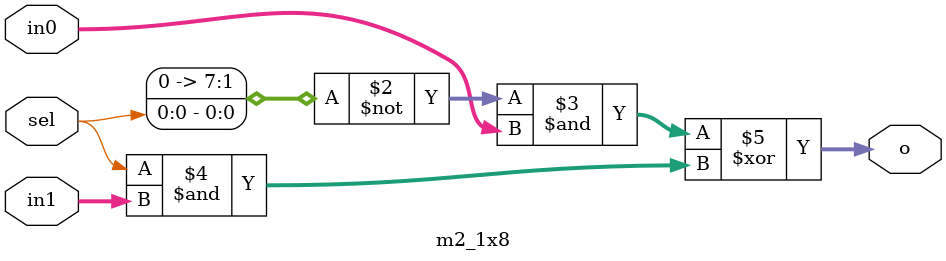
<source format=v>
`timescale 1ns / 1ps


module m2_1x8(
    input [7:0] in0,
    input [7:0] in1,
    input sel,
    output [7:0] o
    );
    assign o = (~sel & in0) ^ (sel & in1);
 
endmodule

</source>
